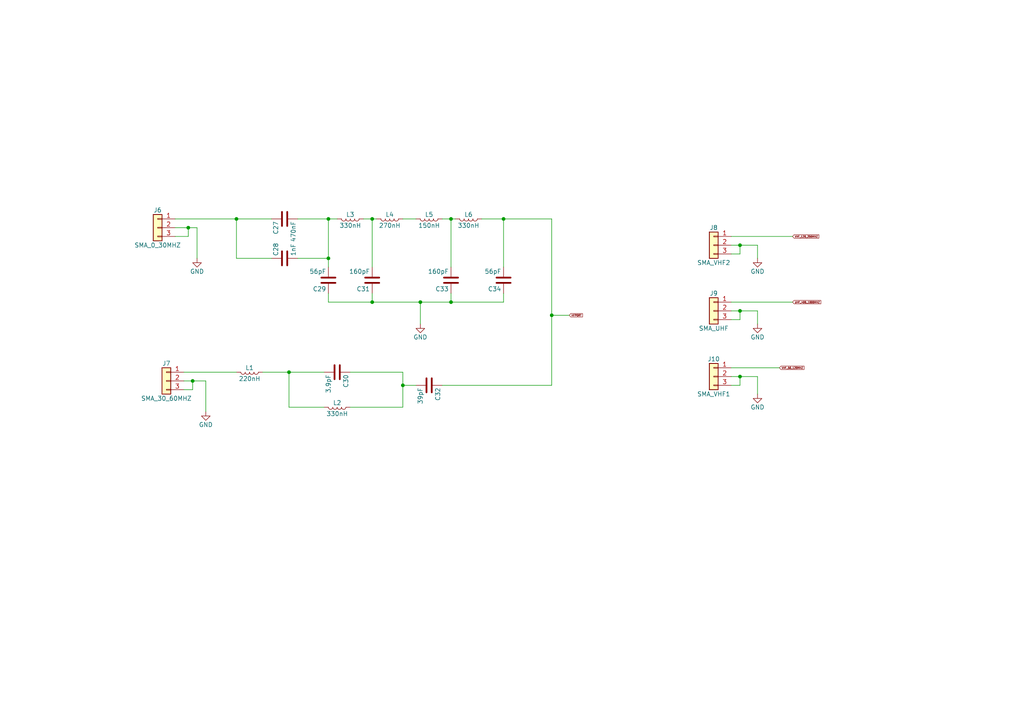
<source format=kicad_sch>
(kicad_sch (version 20211123) (generator eeschema)
  (paper "A4")
  (lib_symbols
    (symbol "Device:C" (pin_numbers hide) (pin_names (offset 0.254))
      (property "Reference" "C" (at 0.635 2.54 0))
      (property "Value" "C" (at 0.635 -2.54 0))
      (symbol "C_0_1"
        (polyline (pts (xy -2.032 -0.762) (xy 2.032 -0.762)) (stroke (width 0.508)))
        (polyline (pts (xy -2.032 0.762) (xy 2.032 0.762)) (stroke (width 0.508)))
      )
      (symbol "C_1_1"
        (pin passive line (at 0 3.81 270) (length 2.794) (name "~") (number "1"))
        (pin passive line (at 0 -3.81 90) (length 2.794) (name "~") (number "2"))
      )
    )
    (symbol "Device:L" (pin_numbers hide) (pin_names (offset 1.016) hide)
      (property "Reference" "L" (at -1.27 0 90))
      (property "Value" "L" (at 1.905 0 90))
      (symbol "L_0_1"
        (arc (start 0 -2.54) (mid 0.635 -1.905) (end 0 -1.27))
        (arc (start 0 -1.27) (mid 0.635 -0.635) (end 0 0))
        (arc (start 0 0) (mid 0.635 0.635) (end 0 1.27))
        (arc (start 0 1.27) (mid 0.635 1.905) (end 0 2.54))
      )
      (symbol "L_1_1"
        (pin passive line (at 0 3.81 270) (length 1.27) (name "1") (number "1"))
        (pin passive line (at 0 -3.81 90) (length 1.27) (name "2") (number "2"))
      )
    )
    (symbol "msisdr-rescue:Conn_01x03" (pin_names (offset 1.016) hide)
      (property "Reference" "J" (at 0 5.08 0))
      (property "Value" "Conn_01x03" (at 0 -5.08 0))
      (symbol "Conn_01x03_1_1"
        (rectangle (start -1.27 -2.413) (end 0 -2.667) (stroke (width 0.1524)))
        (rectangle (start -1.27 0.127) (end 0 -0.127) (stroke (width 0.1524)))
        (rectangle (start -1.27 2.667) (end 0 2.413) (stroke (width 0.1524)))
        (rectangle (start -1.27 3.81) (end 1.27 -3.81) (stroke (width 0.254)) (fill (type background)))
        (pin passive line (at -5.08 2.54 0) (length 3.81) (name "Pin_1") (number "1"))
        (pin passive line (at -5.08 0 0) (length 3.81) (name "Pin_2") (number "2"))
        (pin passive line (at -5.08 -2.54 0) (length 3.81) (name "Pin_3") (number "3"))
      )
    )
    (symbol "power:GND" (power) (pin_names (offset 0))
      (property "Value" "GND" (at 0 -3.81 0))
      (symbol "GND_0_1"
        (polyline (pts (xy 0 0) (xy 0 -1.27) (xy 1.27 -1.27) (xy 0 -2.54) (xy -1.27 -1.27) (xy 0 -1.27)))
      )
      (symbol "GND_1_1"
        (pin power_in line (at 0 0 270) (length 0) hide (name "GND") (number "1"))
      )
    )
  )
  (junction (at 121.92 87.63))
  (junction (at 54.61 66.04))
  (junction (at 95.25 74.93))
  (junction (at 116.84 111.76))
  (junction (at 160.02 91.44))
  (junction (at 107.95 63.5))
  (junction (at 214.63 109.22))
  (junction (at 68.58 63.5))
  (junction (at 146.05 63.5))
  (junction (at 130.81 87.63))
  (junction (at 214.63 71.12))
  (junction (at 83.82 107.95))
  (junction (at 130.81 63.5))
  (junction (at 214.63 90.17))
  (junction (at 95.25 63.5))
  (junction (at 107.95 87.63))
  (junction (at 55.88 110.49))
  (wire (pts (xy 95.25 63.5) (xy 95.25 74.93)))
  (wire (pts (xy 116.84 118.11) (xy 101.6 118.11)))
  (wire (pts (xy 95.25 63.5) (xy 97.79 63.5)))
  (wire (pts (xy 212.09 106.68) (xy 226.06 106.68)))
  (wire (pts (xy 219.71 109.22) (xy 214.63 109.22)))
  (wire (pts (xy 219.71 93.98) (xy 219.71 90.17)))
  (wire (pts (xy 214.63 109.22) (xy 212.09 109.22)))
  (wire (pts (xy 146.05 87.63) (xy 146.05 85.09)))
  (wire (pts (xy 50.8 63.5) (xy 68.58 63.5)))
  (wire (pts (xy 105.41 63.5) (xy 107.95 63.5)))
  (wire (pts (xy 68.58 63.5) (xy 78.74 63.5)))
  (wire (pts (xy 214.63 71.12) (xy 212.09 71.12)))
  (wire (pts (xy 50.8 68.58) (xy 54.61 68.58)))
  (wire (pts (xy 214.63 111.76) (xy 214.63 109.22)))
  (wire (pts (xy 214.63 90.17) (xy 212.09 90.17)))
  (wire (pts (xy 212.09 68.58) (xy 229.87 68.58)))
  (wire (pts (xy 130.81 63.5) (xy 132.08 63.5)))
  (wire (pts (xy 107.95 87.63) (xy 121.92 87.63)))
  (wire (pts (xy 214.63 92.71) (xy 214.63 90.17)))
  (wire (pts (xy 107.95 63.5) (xy 107.95 77.47)))
  (wire (pts (xy 139.7 63.5) (xy 146.05 63.5)))
  (wire (pts (xy 219.71 114.3) (xy 219.71 109.22)))
  (wire (pts (xy 160.02 91.44) (xy 160.02 111.76)))
  (wire (pts (xy 128.27 63.5) (xy 130.81 63.5)))
  (wire (pts (xy 101.6 107.95) (xy 116.84 107.95)))
  (wire (pts (xy 54.61 66.04) (xy 57.15 66.04)))
  (wire (pts (xy 95.25 74.93) (xy 86.36 74.93)))
  (wire (pts (xy 219.71 74.93) (xy 219.71 71.12)))
  (wire (pts (xy 76.2 107.95) (xy 83.82 107.95)))
  (wire (pts (xy 95.25 85.09) (xy 95.25 87.63)))
  (wire (pts (xy 212.09 87.63) (xy 229.87 87.63)))
  (wire (pts (xy 116.84 111.76) (xy 116.84 118.11)))
  (wire (pts (xy 116.84 107.95) (xy 116.84 111.76)))
  (wire (pts (xy 95.25 74.93) (xy 95.25 77.47)))
  (wire (pts (xy 53.34 107.95) (xy 68.58 107.95)))
  (wire (pts (xy 212.09 111.76) (xy 214.63 111.76)))
  (wire (pts (xy 59.69 110.49) (xy 55.88 110.49)))
  (wire (pts (xy 55.88 113.03) (xy 55.88 110.49)))
  (wire (pts (xy 116.84 63.5) (xy 120.65 63.5)))
  (wire (pts (xy 55.88 110.49) (xy 53.34 110.49)))
  (wire (pts (xy 130.81 85.09) (xy 130.81 87.63)))
  (wire (pts (xy 130.81 87.63) (xy 146.05 87.63)))
  (wire (pts (xy 95.25 87.63) (xy 107.95 87.63)))
  (wire (pts (xy 59.69 119.38) (xy 59.69 110.49)))
  (wire (pts (xy 53.34 113.03) (xy 55.88 113.03)))
  (wire (pts (xy 116.84 111.76) (xy 120.65 111.76)))
  (wire (pts (xy 93.98 118.11) (xy 83.82 118.11)))
  (wire (pts (xy 107.95 63.5) (xy 109.22 63.5)))
  (wire (pts (xy 212.09 73.66) (xy 214.63 73.66)))
  (wire (pts (xy 130.81 77.47) (xy 130.81 63.5)))
  (wire (pts (xy 214.63 73.66) (xy 214.63 71.12)))
  (wire (pts (xy 107.95 85.09) (xy 107.95 87.63)))
  (wire (pts (xy 57.15 66.04) (xy 57.15 74.93)))
  (wire (pts (xy 83.82 107.95) (xy 93.98 107.95)))
  (wire (pts (xy 212.09 92.71) (xy 214.63 92.71)))
  (wire (pts (xy 219.71 71.12) (xy 214.63 71.12)))
  (wire (pts (xy 121.92 93.98) (xy 121.92 87.63)))
  (wire (pts (xy 146.05 63.5) (xy 160.02 63.5)))
  (wire (pts (xy 146.05 77.47) (xy 146.05 63.5)))
  (wire (pts (xy 160.02 111.76) (xy 128.27 111.76)))
  (wire (pts (xy 121.92 87.63) (xy 130.81 87.63)))
  (wire (pts (xy 160.02 63.5) (xy 160.02 91.44)))
  (wire (pts (xy 219.71 90.17) (xy 214.63 90.17)))
  (wire (pts (xy 68.58 63.5) (xy 68.58 74.93)))
  (wire (pts (xy 83.82 118.11) (xy 83.82 107.95)))
  (wire (pts (xy 165.1 91.44) (xy 160.02 91.44)))
  (wire (pts (xy 50.8 66.04) (xy 54.61 66.04)))
  (wire (pts (xy 86.36 63.5) (xy 95.25 63.5)))
  (wire (pts (xy 68.58 74.93) (xy 78.74 74.93)))
  (wire (pts (xy 54.61 68.58) (xy 54.61 66.04)))
  (global_label "VHF_50_120MHZ" (shape input) (at 226.06 106.68 0) (effects (font (size 0.508 0.508))) (property "Intersheet References" "${INTERSHEET_REFS}" (effects hide)))
  (global_label "UHF_400_1000MHZ" (shape input) (at 229.87 87.63 0) (effects (font (size 0.508 0.508))) (property "Intersheet References" "${INTERSHEET_REFS}" (effects hide)))
  (global_label "HFPORT" (shape input) (at 165.1 91.44 0) (effects (font (size 0.508 0.508))) (property "Intersheet References" "${INTERSHEET_REFS}" (effects hide)))
  (global_label "VHF_120_250MHZ" (shape input) (at 229.87 68.58 0) (effects (font (size 0.508 0.508))) (property "Intersheet References" "${INTERSHEET_REFS}" (effects hide)))
  (symbol (lib_id "Device:L") (at 101.6 63.5 270) (unit 1)
    (property "Reference" "L3" (at 101.6 62.23 90))
    (property "Value" "330nH" (at 101.6 65.405 90))
    (property "Footprint" "Inductors_SMD:L_0805" (effects hide))
  )
  (symbol (lib_id "Device:C") (at 82.55 63.5 90) (mirror x) (unit 1)
    (property "Reference" "C27" (at 80.01 64.135 0) (effects (justify left)))
    (property "Value" "470nF" (at 85.09 64.135 0) (effects (justify left)))
    (property "Footprint" "Capacitors_SMD:C_0805" (effects hide))
  )
  (symbol (lib_id "Device:C") (at 95.25 81.28 180) (unit 1)
    (property "Reference" "C29" (at 94.615 83.82 0) (effects (justify left)))
    (property "Value" "56pF" (at 94.615 78.74 0) (effects (justify left)))
    (property "Footprint" "Capacitors_SMD:C_0603" (effects hide))
  )
  (symbol (lib_id "Device:C") (at 82.55 74.93 90) (unit 1)
    (property "Reference" "C28" (at 80.01 74.295 0) (effects (justify left)))
    (property "Value" "1nF" (at 85.09 74.295 0) (effects (justify left)))
    (property "Footprint" "Capacitors_SMD:C_0603" (effects hide))
  )
  (symbol (lib_id "power:GND") (at 121.92 93.98 0) (unit 1)
    (property "Reference" "#PWR35" (effects hide))
    (property "Value" "GND" (at 121.92 97.79 0))
  )
  (symbol (lib_id "power:GND") (at 57.15 74.93 0) (unit 1)
    (property "Reference" "#PWR33" (effects hide))
    (property "Value" "GND" (at 57.15 78.74 0))
  )
  (symbol (lib_id "Device:L") (at 113.03 63.5 270) (unit 1)
    (property "Reference" "L4" (at 113.03 62.23 90))
    (property "Value" "270nH" (at 113.03 65.405 90))
    (property "Footprint" "Inductors_SMD:L_0805" (effects hide))
  )
  (symbol (lib_id "Device:L") (at 124.46 63.5 270) (unit 1)
    (property "Reference" "L5" (at 124.46 62.23 90))
    (property "Value" "150nH" (at 124.46 65.405 90))
    (property "Footprint" "Inductors_SMD:L_0805" (effects hide))
  )
  (symbol (lib_id "Device:L") (at 135.89 63.5 270) (unit 1)
    (property "Reference" "L6" (at 135.89 62.23 90))
    (property "Value" "330nH" (at 135.89 65.405 90))
    (property "Footprint" "Inductors_SMD:L_0805" (effects hide))
  )
  (symbol (lib_id "Device:C") (at 107.95 81.28 180) (unit 1)
    (property "Reference" "C31" (at 107.315 83.82 0) (effects (justify left)))
    (property "Value" "160pF" (at 107.315 78.74 0) (effects (justify left)))
    (property "Footprint" "Capacitors_SMD:C_0603" (effects hide))
  )
  (symbol (lib_id "Device:C") (at 130.81 81.28 180) (unit 1)
    (property "Reference" "C33" (at 130.175 83.82 0) (effects (justify left)))
    (property "Value" "160pF" (at 130.175 78.74 0) (effects (justify left)))
    (property "Footprint" "Capacitors_SMD:C_0603" (effects hide))
  )
  (symbol (lib_id "Device:C") (at 146.05 81.28 180) (unit 1)
    (property "Reference" "C34" (at 145.415 83.82 0) (effects (justify left)))
    (property "Value" "56pF" (at 145.415 78.74 0) (effects (justify left)))
    (property "Footprint" "Capacitors_SMD:C_0603" (effects hide))
  )
  (symbol (lib_id "power:GND") (at 59.69 119.38 0) (unit 1)
    (property "Reference" "#PWR34" (effects hide))
    (property "Value" "GND" (at 59.69 123.19 0))
  )
  (symbol (lib_id "Device:L") (at 72.39 107.95 270) (unit 1)
    (property "Reference" "L1" (at 72.39 106.68 90))
    (property "Value" "220nH" (at 72.39 109.855 90))
    (property "Footprint" "Inductors_SMD:L_0805" (effects hide))
  )
  (symbol (lib_id "Device:C") (at 97.79 107.95 270) (unit 1)
    (property "Reference" "C30" (at 100.33 108.585 0) (effects (justify left)))
    (property "Value" "3.9pF" (at 95.25 108.585 0) (effects (justify left)))
    (property "Footprint" "Capacitors_SMD:C_0603" (effects hide))
  )
  (symbol (lib_id "Device:L") (at 97.79 118.11 270) (unit 1)
    (property "Reference" "L2" (at 97.79 116.84 90))
    (property "Value" "330nH" (at 97.79 120.015 90))
    (property "Footprint" "Inductors_SMD:L_0805" (effects hide))
  )
  (symbol (lib_id "Device:C") (at 124.46 111.76 270) (unit 1)
    (property "Reference" "C32" (at 127 112.395 0) (effects (justify left)))
    (property "Value" "39pF" (at 121.92 112.395 0) (effects (justify left)))
    (property "Footprint" "Capacitors_SMD:C_0603" (effects hide))
  )
  (symbol (lib_id "power:GND") (at 219.71 74.93 0) (unit 1)
    (property "Reference" "#PWR36" (effects hide))
    (property "Value" "GND" (at 219.71 78.74 0))
  )
  (symbol (lib_id "power:GND") (at 219.71 93.98 0) (unit 1)
    (property "Reference" "#PWR37" (effects hide))
    (property "Value" "GND" (at 219.71 97.79 0))
  )
  (symbol (lib_id "power:GND") (at 219.71 114.3 0) (unit 1)
    (property "Reference" "#PWR38" (effects hide))
    (property "Value" "GND" (at 219.71 118.11 0))
  )
  (symbol (lib_id "msisdr-rescue:Conn_01x03") (at 45.72 66.04 0) (mirror y) (unit 1)
    (property "Reference" "J6" (at 45.72 60.96 0))
    (property "Value" "SMA_0_30MHZ" (at 45.72 71.12 0))
    (property "Footprint" "sma:SMA_OPL_EM" (effects hide))
  )
  (symbol (lib_id "msisdr-rescue:Conn_01x03") (at 48.26 110.49 0) (mirror y) (unit 1)
    (property "Reference" "J7" (at 48.26 105.41 0))
    (property "Value" "SMA_30_60MHZ" (at 48.26 115.57 0))
    (property "Footprint" "sma:SMA_OPL_EM" (effects hide))
  )
  (symbol (lib_id "msisdr-rescue:Conn_01x03") (at 207.01 71.12 0) (mirror y) (unit 1)
    (property "Reference" "J8" (at 207.01 66.04 0))
    (property "Value" "SMA_VHF2" (at 207.01 76.2 0))
    (property "Footprint" "sma:SMA_OPL_EMPTYHEAD" (effects hide))
  )
  (symbol (lib_id "msisdr-rescue:Conn_01x03") (at 207.01 90.17 0) (mirror y) (unit 1)
    (property "Reference" "J9" (at 207.01 85.09 0))
    (property "Value" "SMA_UHF" (at 207.01 95.25 0))
    (property "Footprint" "sma:SMA_OPL_EMPTYHEAD" (effects hide))
  )
  (symbol (lib_id "msisdr-rescue:Conn_01x03") (at 207.01 109.22 0) (mirror y) (unit 1)
    (property "Reference" "J10" (at 207.01 104.14 0))
    (property "Value" "SMA_VHF1" (at 207.01 114.3 0))
    (property "Footprint" "sma:SMA_OPL_EMPTYHEAD" (effects hide))
  )
)
</source>
